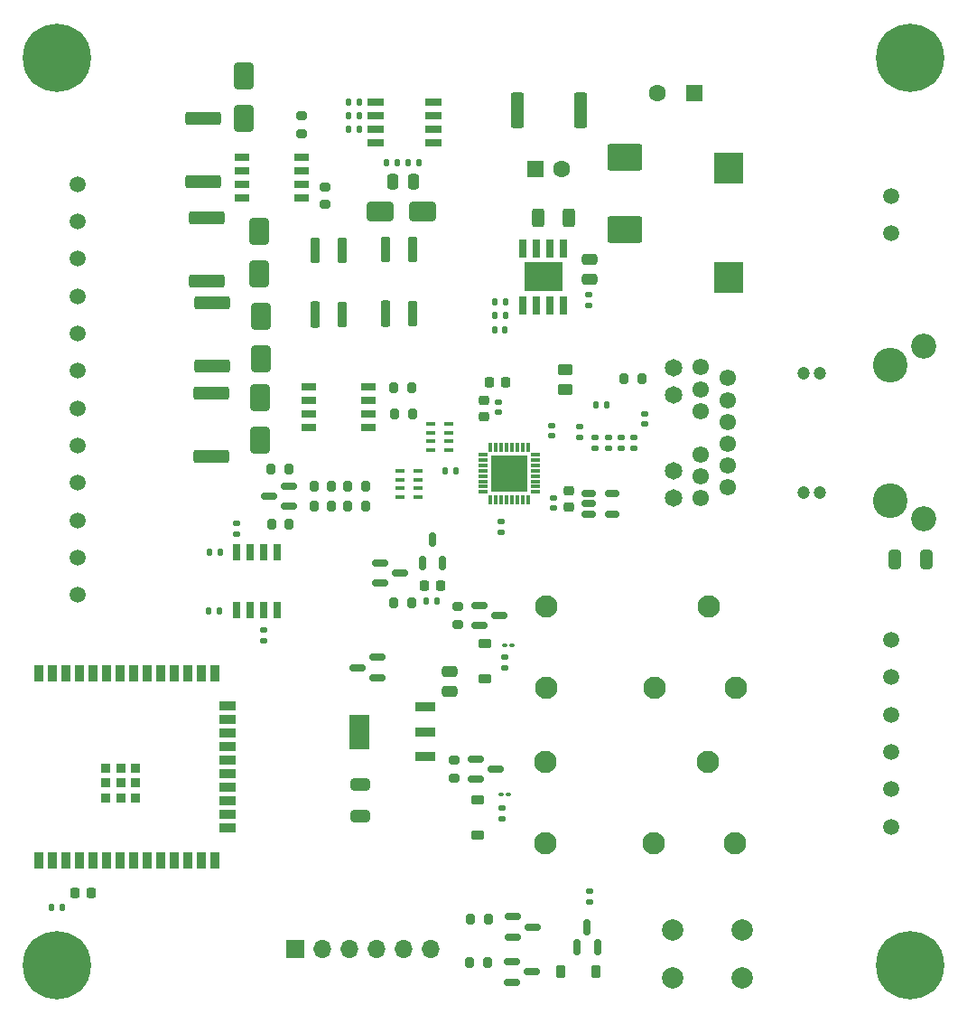
<source format=gbr>
G04 #@! TF.GenerationSoftware,KiCad,Pcbnew,7.0.8*
G04 #@! TF.CreationDate,2023-11-27T13:48:01+01:00*
G04 #@! TF.ProjectId,ESP32-POE-Wiegand-Relay-REV-A,45535033-322d-4504-9f45-2d5769656761,rev?*
G04 #@! TF.SameCoordinates,Original*
G04 #@! TF.FileFunction,Soldermask,Top*
G04 #@! TF.FilePolarity,Negative*
%FSLAX46Y46*%
G04 Gerber Fmt 4.6, Leading zero omitted, Abs format (unit mm)*
G04 Created by KiCad (PCBNEW 7.0.8) date 2023-11-27 13:48:01*
%MOMM*%
%LPD*%
G01*
G04 APERTURE LIST*
G04 Aperture macros list*
%AMRoundRect*
0 Rectangle with rounded corners*
0 $1 Rounding radius*
0 $2 $3 $4 $5 $6 $7 $8 $9 X,Y pos of 4 corners*
0 Add a 4 corners polygon primitive as box body*
4,1,4,$2,$3,$4,$5,$6,$7,$8,$9,$2,$3,0*
0 Add four circle primitives for the rounded corners*
1,1,$1+$1,$2,$3*
1,1,$1+$1,$4,$5*
1,1,$1+$1,$6,$7*
1,1,$1+$1,$8,$9*
0 Add four rect primitives between the rounded corners*
20,1,$1+$1,$2,$3,$4,$5,0*
20,1,$1+$1,$4,$5,$6,$7,0*
20,1,$1+$1,$6,$7,$8,$9,0*
20,1,$1+$1,$8,$9,$2,$3,0*%
G04 Aperture macros list end*
%ADD10RoundRect,0.250000X1.425000X-0.362500X1.425000X0.362500X-1.425000X0.362500X-1.425000X-0.362500X0*%
%ADD11RoundRect,0.250000X-0.650000X1.000000X-0.650000X-1.000000X0.650000X-1.000000X0.650000X1.000000X0*%
%ADD12RoundRect,0.225000X-0.225000X1.025000X-0.225000X-1.025000X0.225000X-1.025000X0.225000X1.025000X0*%
%ADD13RoundRect,0.225000X-0.225000X0.975000X-0.225000X-0.975000X0.225000X-0.975000X0.225000X0.975000X0*%
%ADD14R,2.790000X2.920000*%
%ADD15C,1.500000*%
%ADD16RoundRect,0.250000X0.650000X-1.000000X0.650000X1.000000X-0.650000X1.000000X-0.650000X-1.000000X0*%
%ADD17C,2.000000*%
%ADD18R,0.900000X0.400000*%
%ADD19R,3.400000X3.400000*%
%ADD20R,0.850000X0.300000*%
%ADD21R,0.300000X0.850000*%
%ADD22RoundRect,0.200000X-0.200000X-0.275000X0.200000X-0.275000X0.200000X0.275000X-0.200000X0.275000X0*%
%ADD23RoundRect,0.150000X-0.587500X-0.150000X0.587500X-0.150000X0.587500X0.150000X-0.587500X0.150000X0*%
%ADD24RoundRect,0.150000X0.150000X-0.587500X0.150000X0.587500X-0.150000X0.587500X-0.150000X-0.587500X0*%
%ADD25RoundRect,0.250000X-0.362500X-1.425000X0.362500X-1.425000X0.362500X1.425000X-0.362500X1.425000X0*%
%ADD26RoundRect,0.250000X-1.000000X-0.650000X1.000000X-0.650000X1.000000X0.650000X-1.000000X0.650000X0*%
%ADD27R,1.850000X3.200000*%
%ADD28R,1.850000X0.900000*%
%ADD29O,1.700000X1.700000*%
%ADD30R,1.700000X1.700000*%
%ADD31RoundRect,0.250000X1.400000X1.000000X-1.400000X1.000000X-1.400000X-1.000000X1.400000X-1.000000X0*%
%ADD32R,1.528000X0.650000*%
%ADD33RoundRect,0.135000X-0.185000X0.135000X-0.185000X-0.135000X0.185000X-0.135000X0.185000X0.135000X0*%
%ADD34RoundRect,0.225000X-0.250000X0.225000X-0.250000X-0.225000X0.250000X-0.225000X0.250000X0.225000X0*%
%ADD35RoundRect,0.100000X0.130000X0.100000X-0.130000X0.100000X-0.130000X-0.100000X0.130000X-0.100000X0*%
%ADD36RoundRect,0.225000X0.375000X-0.225000X0.375000X0.225000X-0.375000X0.225000X-0.375000X-0.225000X0*%
%ADD37RoundRect,0.135000X0.185000X-0.135000X0.185000X0.135000X-0.185000X0.135000X-0.185000X-0.135000X0*%
%ADD38RoundRect,0.135000X-0.135000X-0.185000X0.135000X-0.185000X0.135000X0.185000X-0.135000X0.185000X0*%
%ADD39C,1.600000*%
%ADD40R,1.600000X1.600000*%
%ADD41RoundRect,0.150000X0.150000X-0.512500X0.150000X0.512500X-0.150000X0.512500X-0.150000X-0.512500X0*%
%ADD42RoundRect,0.200000X0.200000X0.275000X-0.200000X0.275000X-0.200000X-0.275000X0.200000X-0.275000X0*%
%ADD43RoundRect,0.250000X-0.650000X0.325000X-0.650000X-0.325000X0.650000X-0.325000X0.650000X0.325000X0*%
%ADD44C,6.400000*%
%ADD45RoundRect,0.140000X0.170000X-0.140000X0.170000X0.140000X-0.170000X0.140000X-0.170000X-0.140000X0*%
%ADD46RoundRect,0.250000X-0.475000X0.250000X-0.475000X-0.250000X0.475000X-0.250000X0.475000X0.250000X0*%
%ADD47R,0.900000X0.900000*%
%ADD48R,0.900000X1.500000*%
%ADD49R,1.500000X0.900000*%
%ADD50RoundRect,0.250000X-0.450000X0.262500X-0.450000X-0.262500X0.450000X-0.262500X0.450000X0.262500X0*%
%ADD51RoundRect,0.140000X0.140000X0.170000X-0.140000X0.170000X-0.140000X-0.170000X0.140000X-0.170000X0*%
%ADD52RoundRect,0.135000X0.135000X0.185000X-0.135000X0.185000X-0.135000X-0.185000X0.135000X-0.185000X0*%
%ADD53R,1.450000X0.700000*%
%ADD54RoundRect,0.150000X-0.512500X-0.150000X0.512500X-0.150000X0.512500X0.150000X-0.512500X0.150000X0*%
%ADD55C,3.250000*%
%ADD56C,1.550000*%
%ADD57C,1.200000*%
%ADD58C,1.650000*%
%ADD59C,2.355000*%
%ADD60C,2.100000*%
%ADD61RoundRect,0.225000X0.225000X0.250000X-0.225000X0.250000X-0.225000X-0.250000X0.225000X-0.250000X0*%
%ADD62R,0.650000X1.528000*%
%ADD63RoundRect,0.050800X1.755000X1.310000X-1.755000X1.310000X-1.755000X-1.310000X1.755000X-1.310000X0*%
%ADD64C,2.351600*%
%ADD65RoundRect,0.050800X0.300000X0.800000X-0.300000X0.800000X-0.300000X-0.800000X0.300000X-0.800000X0*%
%ADD66RoundRect,0.150000X0.587500X0.150000X-0.587500X0.150000X-0.587500X-0.150000X0.587500X-0.150000X0*%
%ADD67RoundRect,0.140000X-0.170000X0.140000X-0.170000X-0.140000X0.170000X-0.140000X0.170000X0.140000X0*%
%ADD68RoundRect,0.225000X-0.225000X-0.375000X0.225000X-0.375000X0.225000X0.375000X-0.225000X0.375000X0*%
%ADD69RoundRect,0.200000X0.275000X-0.200000X0.275000X0.200000X-0.275000X0.200000X-0.275000X-0.200000X0*%
%ADD70RoundRect,0.200000X-0.275000X0.200000X-0.275000X-0.200000X0.275000X-0.200000X0.275000X0.200000X0*%
%ADD71RoundRect,0.250000X0.312500X0.625000X-0.312500X0.625000X-0.312500X-0.625000X0.312500X-0.625000X0*%
%ADD72RoundRect,0.140000X-0.140000X-0.170000X0.140000X-0.170000X0.140000X0.170000X-0.140000X0.170000X0*%
%ADD73RoundRect,0.250000X-0.325000X-0.650000X0.325000X-0.650000X0.325000X0.650000X-0.325000X0.650000X0*%
%ADD74RoundRect,0.225000X0.250000X-0.225000X0.250000X0.225000X-0.250000X0.225000X-0.250000X-0.225000X0*%
%ADD75RoundRect,0.250000X0.250000X0.475000X-0.250000X0.475000X-0.250000X-0.475000X0.250000X-0.475000X0*%
%ADD76RoundRect,0.250000X0.475000X-0.250000X0.475000X0.250000X-0.475000X0.250000X-0.475000X-0.250000X0*%
G04 APERTURE END LIST*
D10*
X196450000Y-55387500D03*
X196450000Y-61312500D03*
D11*
X201050000Y-59800000D03*
X201050000Y-55800000D03*
D12*
X206230000Y-48050000D03*
D13*
X208770000Y-48050000D03*
X208770000Y-42050000D03*
X206230000Y-42050000D03*
X212780000Y-41950000D03*
X215320000Y-41950000D03*
X215320000Y-47950000D03*
D12*
X212780000Y-47950000D03*
D14*
X245000000Y-44590000D03*
X245000000Y-34300000D03*
D15*
X183900000Y-74300000D03*
X183900000Y-70800000D03*
X183900000Y-67300000D03*
X183900000Y-63800000D03*
X183900000Y-60300000D03*
X183900000Y-56800000D03*
X183900000Y-53300000D03*
X183900000Y-49800000D03*
X183900000Y-46300000D03*
X183900000Y-42800000D03*
X183900000Y-39300000D03*
X183900000Y-35800000D03*
D16*
X199500000Y-25650000D03*
X199500000Y-29650000D03*
D17*
X239700000Y-110200000D03*
X246200000Y-110200000D03*
X239700000Y-105700000D03*
X246200000Y-105700000D03*
D16*
X200950000Y-40250000D03*
X200950000Y-44250000D03*
D11*
X201150000Y-48150000D03*
X201150000Y-52150000D03*
D18*
X214150000Y-65100000D03*
X214150000Y-64300000D03*
X214150000Y-63500000D03*
X214150000Y-62700000D03*
X215850000Y-62700000D03*
X215850000Y-63500000D03*
X215850000Y-64300000D03*
X215850000Y-65100000D03*
D19*
X224400000Y-62900000D03*
D20*
X226850000Y-61150000D03*
X226850000Y-61650000D03*
X226850000Y-62150000D03*
X226850000Y-62650000D03*
X226850000Y-63150000D03*
X226850000Y-63650000D03*
X226850000Y-64150000D03*
X226850000Y-64650000D03*
D21*
X226150000Y-65350000D03*
X225650000Y-65350000D03*
X225150000Y-65350000D03*
X224650000Y-65350000D03*
X224150000Y-65350000D03*
X223650000Y-65350000D03*
X223150000Y-65350000D03*
X222650000Y-65350000D03*
D20*
X221950000Y-64650000D03*
X221950000Y-64150000D03*
X221950000Y-63650000D03*
X221950000Y-63150000D03*
X221950000Y-62650000D03*
X221950000Y-62150000D03*
X221950000Y-61650000D03*
X221950000Y-61150000D03*
D21*
X222650000Y-60450000D03*
X223150000Y-60450000D03*
X223650000Y-60450000D03*
X224150000Y-60450000D03*
X224650000Y-60450000D03*
X225150000Y-60450000D03*
X225650000Y-60450000D03*
X226150000Y-60450000D03*
D22*
X215225000Y-75000000D03*
X213575000Y-75000000D03*
D10*
X196500000Y-46937500D03*
X196500000Y-52862500D03*
D23*
X223437500Y-76200000D03*
X221562500Y-77150000D03*
X221562500Y-75250000D03*
D24*
X231700000Y-105400000D03*
X232650000Y-107275000D03*
X230750000Y-107275000D03*
D25*
X231072500Y-28900000D03*
X225147500Y-28900000D03*
D26*
X216300000Y-38400000D03*
X212300000Y-38400000D03*
D27*
X210300000Y-87100000D03*
D28*
X216500000Y-84800000D03*
X216500000Y-87100000D03*
X216500000Y-89400000D03*
D29*
X217020000Y-107500000D03*
X214480000Y-107500000D03*
X211940000Y-107500000D03*
X209400000Y-107500000D03*
X206860000Y-107500000D03*
D30*
X204320000Y-107500000D03*
D31*
X235200000Y-33300000D03*
X235200000Y-40100000D03*
D32*
X217311000Y-28095000D03*
X217311000Y-29365000D03*
X217311000Y-30635000D03*
X217311000Y-31905000D03*
X211889000Y-31905000D03*
X211889000Y-30635000D03*
X211889000Y-29365000D03*
X211889000Y-28095000D03*
D33*
X223600000Y-68410000D03*
X223600000Y-67390000D03*
D34*
X230000000Y-66075000D03*
X230000000Y-64525000D03*
D35*
X224290000Y-93000000D03*
X223650000Y-93000000D03*
D36*
X221400000Y-93500000D03*
X221400000Y-96800000D03*
D37*
X234900000Y-59500000D03*
X234900000Y-60520000D03*
D15*
X260200000Y-36900000D03*
X260200000Y-40400000D03*
D38*
X197210000Y-75800000D03*
X196190000Y-75800000D03*
D23*
X223100000Y-90600000D03*
X221225000Y-91550000D03*
X221225000Y-89650000D03*
D33*
X231000000Y-59510000D03*
X231000000Y-58490000D03*
D39*
X238252651Y-27300000D03*
D40*
X241752651Y-27300000D03*
D22*
X215325000Y-57367500D03*
X213675000Y-57367500D03*
D41*
X217200000Y-69062500D03*
X218150000Y-71337500D03*
X216250000Y-71337500D03*
D42*
X209250000Y-66000000D03*
X210900000Y-66000000D03*
D43*
X210400000Y-94975000D03*
X210400000Y-92025000D03*
D44*
X182000000Y-109000000D03*
D45*
X223400000Y-56220000D03*
X223400000Y-57180000D03*
D33*
X201400000Y-78610000D03*
X201400000Y-77590000D03*
D46*
X231910000Y-44750000D03*
X231910000Y-42850000D03*
D42*
X209250000Y-64100000D03*
X210900000Y-64100000D03*
D44*
X262000000Y-109000000D03*
D47*
X187960000Y-91905000D03*
X186560000Y-91905000D03*
X186560000Y-90505000D03*
X187960000Y-90505000D03*
X189360000Y-90505000D03*
X189360000Y-91905000D03*
X189360000Y-93305000D03*
X187960000Y-93305000D03*
X186560000Y-93305000D03*
D48*
X180240000Y-81655000D03*
X181510000Y-81655000D03*
X182780000Y-81655000D03*
X184050000Y-81655000D03*
X185320000Y-81655000D03*
X186590000Y-81655000D03*
X187860000Y-81655000D03*
X189130000Y-81655000D03*
X190400000Y-81655000D03*
X191670000Y-81655000D03*
X192940000Y-81655000D03*
X194210000Y-81655000D03*
X195480000Y-81655000D03*
X196750000Y-81655000D03*
D49*
X198000000Y-84690000D03*
X198000000Y-85960000D03*
X198000000Y-87230000D03*
X198000000Y-88500000D03*
X198000000Y-89770000D03*
X198000000Y-91040000D03*
X198000000Y-92310000D03*
X198000000Y-93580000D03*
X198000000Y-94850000D03*
X198000000Y-96120000D03*
D48*
X196750000Y-99155000D03*
X195480000Y-99155000D03*
X194210000Y-99155000D03*
X192940000Y-99155000D03*
X191670000Y-99155000D03*
X190400000Y-99155000D03*
X189130000Y-99155000D03*
X187860000Y-99155000D03*
X186590000Y-99155000D03*
X185320000Y-99155000D03*
X184050000Y-99155000D03*
X182780000Y-99155000D03*
X181510000Y-99155000D03*
X180240000Y-99155000D03*
D50*
X229600000Y-55012500D03*
X229600000Y-53187500D03*
D45*
X237100000Y-57320000D03*
X237100000Y-58280000D03*
D51*
X218420000Y-62700000D03*
X219380000Y-62700000D03*
D38*
X224050000Y-48130000D03*
X223030000Y-48130000D03*
D22*
X207750000Y-64100000D03*
X206100000Y-64100000D03*
D15*
X260200000Y-78500000D03*
X260200000Y-82000000D03*
X260200000Y-85500000D03*
X260200000Y-89000000D03*
X260200000Y-92500000D03*
X260200000Y-96000000D03*
D37*
X232400000Y-59500000D03*
X232400000Y-60520000D03*
D52*
X232500000Y-56500000D03*
X233520000Y-56500000D03*
D53*
X211200000Y-54830000D03*
X211200000Y-56100000D03*
X211200000Y-57370000D03*
X211200000Y-58640000D03*
X205600000Y-58640000D03*
X205600000Y-57370000D03*
X205600000Y-56100000D03*
X205600000Y-54830000D03*
D54*
X234075000Y-64800000D03*
X234075000Y-66700000D03*
X231800000Y-66700000D03*
X231800000Y-65750000D03*
X231800000Y-64800000D03*
D55*
X260100000Y-52740000D03*
X260100000Y-65440000D03*
D56*
X244860000Y-53990000D03*
X244860000Y-56030000D03*
X244860000Y-58070000D03*
X244860000Y-60110000D03*
X244860000Y-62150000D03*
X244860000Y-64190000D03*
X242320000Y-52970000D03*
X242320000Y-55010000D03*
X242320000Y-57050000D03*
X242320000Y-61130000D03*
X242320000Y-63170000D03*
X242320000Y-65210000D03*
D57*
X251970000Y-53500000D03*
X251970000Y-64680000D03*
X253500000Y-53500000D03*
X253500000Y-64680000D03*
D58*
X239780000Y-52995000D03*
X239780000Y-55535000D03*
X239780000Y-62645000D03*
X239780000Y-65185000D03*
D59*
X263270000Y-51025000D03*
X263270000Y-67155000D03*
D39*
X229327621Y-34400000D03*
D40*
X226827621Y-34400000D03*
D22*
X203737500Y-67650000D03*
X202087500Y-67650000D03*
X222425000Y-104700000D03*
X220775000Y-104700000D03*
D52*
X212880000Y-33800000D03*
X213900000Y-33800000D03*
D60*
X227800000Y-89915000D03*
X243040000Y-89915000D03*
X245580000Y-97535000D03*
X237960000Y-97535000D03*
X227800000Y-97535000D03*
D61*
X222525000Y-54400000D03*
X224075000Y-54400000D03*
D23*
X214175000Y-72250000D03*
X212300000Y-73200000D03*
X212300000Y-71300000D03*
D62*
X198795000Y-70289000D03*
X200065000Y-70289000D03*
X201335000Y-70289000D03*
X202605000Y-70289000D03*
X202605000Y-75711000D03*
X201335000Y-75711000D03*
X200065000Y-75711000D03*
X198795000Y-75711000D03*
D36*
X222100000Y-78850000D03*
X222100000Y-82150000D03*
D23*
X226537500Y-109600000D03*
X224662500Y-110550000D03*
X224662500Y-108650000D03*
D63*
X227605000Y-44500000D03*
D64*
X227605000Y-44500000D03*
D65*
X229510000Y-47200000D03*
X228240000Y-47200000D03*
X226970000Y-47200000D03*
X225700000Y-47200000D03*
X225700000Y-41800000D03*
X226970000Y-41800000D03*
X228240000Y-41800000D03*
X229510000Y-41800000D03*
D66*
X210162500Y-81100000D03*
X212037500Y-80150000D03*
X212037500Y-82050000D03*
D37*
X231900000Y-102037500D03*
X231900000Y-103057500D03*
D66*
X201875000Y-65050000D03*
X203750000Y-64100000D03*
X203750000Y-66000000D03*
D67*
X198800000Y-68580000D03*
X198800000Y-67620000D03*
D60*
X227840000Y-75380000D03*
X243080000Y-75380000D03*
X245620000Y-83000000D03*
X238000000Y-83000000D03*
X227840000Y-83000000D03*
D22*
X207750000Y-66000000D03*
X206100000Y-66000000D03*
D68*
X232550000Y-109600000D03*
X229250000Y-109600000D03*
D18*
X217050000Y-60700000D03*
X217050000Y-59900000D03*
X217050000Y-59100000D03*
X217050000Y-58300000D03*
X218750000Y-58300000D03*
X218750000Y-59100000D03*
X218750000Y-59900000D03*
X218750000Y-60700000D03*
D22*
X203725000Y-62500000D03*
X202075000Y-62500000D03*
D52*
X223010000Y-46800000D03*
X224030000Y-46800000D03*
D10*
X196050000Y-38937500D03*
X196050000Y-44862500D03*
D69*
X219600000Y-75375000D03*
X219600000Y-77025000D03*
D37*
X233700000Y-59500000D03*
X233700000Y-60520000D03*
D67*
X228500000Y-66180000D03*
X228500000Y-65220000D03*
D53*
X204900000Y-33295000D03*
X204900000Y-34565000D03*
X204900000Y-35835000D03*
X204900000Y-37105000D03*
X199300000Y-37105000D03*
X199300000Y-35835000D03*
X199300000Y-34565000D03*
X199300000Y-33295000D03*
D38*
X210331000Y-28095000D03*
X209311000Y-28095000D03*
D35*
X224620000Y-79000000D03*
X223980000Y-79000000D03*
D70*
X207100000Y-37725000D03*
X207100000Y-36075000D03*
D33*
X223700000Y-95300000D03*
X223700000Y-94280000D03*
D38*
X210321000Y-30635000D03*
X209301000Y-30635000D03*
D71*
X227085000Y-39000000D03*
X230010000Y-39000000D03*
D33*
X224000000Y-81110000D03*
X224000000Y-80090000D03*
D52*
X216590000Y-74900000D03*
X217610000Y-74900000D03*
D44*
X262000000Y-24000000D03*
D72*
X223990000Y-49450000D03*
X223030000Y-49450000D03*
D22*
X215225000Y-54867500D03*
X213575000Y-54867500D03*
D52*
X214900000Y-33800000D03*
X215920000Y-33800000D03*
D69*
X219200000Y-89800000D03*
X219200000Y-91450000D03*
D22*
X236825000Y-54000000D03*
X235175000Y-54000000D03*
D61*
X216425000Y-73400000D03*
X217975000Y-73400000D03*
D22*
X222325000Y-108700000D03*
X220675000Y-108700000D03*
D44*
X182000000Y-24000000D03*
D73*
X263500000Y-71000000D03*
X260550000Y-71000000D03*
D45*
X228400000Y-58420000D03*
X228400000Y-59380000D03*
D74*
X222000000Y-56025000D03*
X222000000Y-57575000D03*
D75*
X213500000Y-35600000D03*
X215400000Y-35600000D03*
D72*
X197280000Y-70300000D03*
X196320000Y-70300000D03*
D38*
X182510000Y-103600000D03*
X181490000Y-103600000D03*
D61*
X183625000Y-102200000D03*
X185175000Y-102200000D03*
D76*
X218800000Y-81450000D03*
X218800000Y-83350000D03*
D10*
X195700000Y-29687500D03*
X195700000Y-35612500D03*
D69*
X204900000Y-29400000D03*
X204900000Y-31050000D03*
D23*
X226600000Y-105400000D03*
X224725000Y-106350000D03*
X224725000Y-104450000D03*
D37*
X231810000Y-46190000D03*
X231810000Y-47210000D03*
D38*
X210321000Y-29365000D03*
X209301000Y-29365000D03*
D37*
X236100000Y-59510000D03*
X236100000Y-60530000D03*
M02*

</source>
